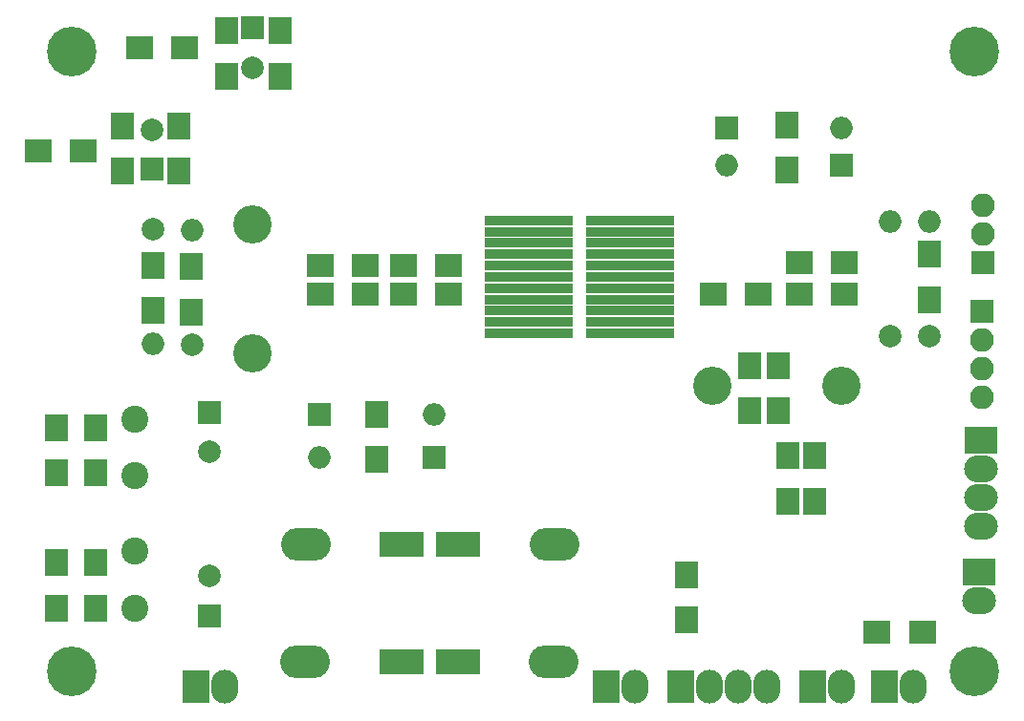
<source format=gbs>
G04 #@! TF.FileFunction,Soldermask,Bot*
%FSLAX46Y46*%
G04 Gerber Fmt 4.6, Leading zero omitted, Abs format (unit mm)*
G04 Created by KiCad (PCBNEW 4.0.2+dfsg1-stable) date sam. 06 janv. 2018 03:07:49 CET*
%MOMM*%
G01*
G04 APERTURE LIST*
%ADD10C,0.100000*%
%ADD11C,2.000000*%
%ADD12O,2.000000X2.000000*%
%ADD13R,2.400000X3.000000*%
%ADD14O,2.400000X3.000000*%
%ADD15R,2.000000X2.400000*%
%ADD16R,7.800000X0.850000*%
%ADD17R,2.000000X2.000000*%
%ADD18R,2.400000X2.000000*%
%ADD19O,4.400000X2.900000*%
%ADD20R,2.100000X2.100000*%
%ADD21O,2.100000X2.100000*%
%ADD22R,3.000000X2.400000*%
%ADD23O,3.000000X2.400000*%
%ADD24R,2.100000X2.400000*%
%ADD25R,2.400000X2.100000*%
%ADD26C,2.400000*%
%ADD27R,3.900000X2.200000*%
%ADD28C,3.400000*%
%ADD29O,3.400000X3.400000*%
%ADD30C,4.400000*%
G04 APERTURE END LIST*
D10*
D11*
X130500000Y-115250000D03*
D12*
X130500000Y-105090000D03*
D13*
X112014000Y-146304000D03*
D14*
X114554000Y-146304000D03*
X117094000Y-146304000D03*
X119634000Y-146304000D03*
D15*
X85090000Y-122206000D03*
X85090000Y-126206000D03*
D16*
X107500000Y-115000000D03*
X107500000Y-113000000D03*
X107500000Y-111000000D03*
X107500000Y-109000000D03*
X107500000Y-107000000D03*
X107500000Y-105000000D03*
X107500000Y-106000000D03*
X107500000Y-108000000D03*
X107500000Y-110000000D03*
X107500000Y-112000000D03*
X107500000Y-114000000D03*
D15*
X134000000Y-108000000D03*
X134000000Y-112000000D03*
X112522000Y-136430000D03*
X112522000Y-140430000D03*
D17*
X70256400Y-122002800D03*
D11*
X70256400Y-125502800D03*
D15*
X56645200Y-123387600D03*
X56645200Y-127387600D03*
D17*
X74027100Y-87949200D03*
D11*
X74027100Y-91449200D03*
D17*
X65113700Y-100472600D03*
D11*
X65113700Y-96972600D03*
D15*
X121412000Y-96552000D03*
X121412000Y-100552000D03*
X123863100Y-125863600D03*
X123863100Y-129863600D03*
X120650000Y-117888000D03*
X120650000Y-121888000D03*
D18*
X91408000Y-108966000D03*
X87408000Y-108966000D03*
X122460000Y-111506000D03*
X126460000Y-111506000D03*
X80042000Y-108966000D03*
X84042000Y-108966000D03*
D19*
X78766000Y-133711000D03*
X100766000Y-133711000D03*
D13*
X123698000Y-146304000D03*
D14*
X126238000Y-146304000D03*
D13*
X69037200Y-146354800D03*
D14*
X71577200Y-146354800D03*
D20*
X138750000Y-108750000D03*
D21*
X138750000Y-106210000D03*
X138750000Y-103670000D03*
D13*
X105410000Y-146304000D03*
D14*
X107950000Y-146304000D03*
D22*
X138430000Y-136144000D03*
D23*
X138430000Y-138684000D03*
D13*
X130048000Y-146304000D03*
D14*
X132588000Y-146304000D03*
D22*
X138582400Y-124460000D03*
D23*
X138582400Y-127000000D03*
X138582400Y-129540000D03*
X138582400Y-132080000D03*
D24*
X60145200Y-127387600D03*
X60145200Y-123387600D03*
X71777100Y-88199200D03*
X71777100Y-92199200D03*
D25*
X64027100Y-89699200D03*
X68027100Y-89699200D03*
D24*
X76527100Y-88199200D03*
X76527100Y-92199200D03*
X62550200Y-96595600D03*
X62550200Y-100595600D03*
D25*
X59050200Y-98845600D03*
X55050200Y-98845600D03*
D24*
X67550200Y-96595600D03*
X67550200Y-100595600D03*
D25*
X129358000Y-141500000D03*
X133358000Y-141500000D03*
X122460000Y-108712000D03*
X126460000Y-108712000D03*
D24*
X65278000Y-108998000D03*
X65278000Y-112998000D03*
X121462800Y-125863600D03*
X121462800Y-129863600D03*
X118110000Y-117888000D03*
X118110000Y-121888000D03*
D25*
X91408000Y-111506000D03*
X87408000Y-111506000D03*
X118840000Y-111506000D03*
X114840000Y-111506000D03*
X80042000Y-111506000D03*
X84042000Y-111506000D03*
D26*
X63645200Y-122637600D03*
X63645200Y-127637600D03*
D17*
X70256400Y-140036800D03*
D11*
X70256400Y-136536800D03*
D15*
X60145200Y-135349600D03*
X60145200Y-139349600D03*
D17*
X126238000Y-100076000D03*
D12*
X116078000Y-100076000D03*
D17*
X116078000Y-96774000D03*
D12*
X126238000Y-96774000D03*
D27*
X92266000Y-133711000D03*
X87266000Y-133711000D03*
X92215200Y-144144600D03*
X87215200Y-144144600D03*
D19*
X78715200Y-144144600D03*
X100715200Y-144144600D03*
D11*
X134000000Y-115250000D03*
D12*
X134000000Y-105090000D03*
D11*
X65250000Y-105750000D03*
D12*
X65250000Y-115910000D03*
D24*
X56645200Y-139349600D03*
X56645200Y-135349600D03*
D28*
X114808000Y-119634000D03*
D29*
X126208000Y-119634000D03*
D28*
X74015600Y-105359200D03*
D29*
X74015600Y-116759200D03*
D30*
X138000000Y-145000000D03*
X58000000Y-145000000D03*
X138000000Y-90000000D03*
X58000000Y-90000000D03*
D26*
X63645200Y-134349600D03*
X63645200Y-139349600D03*
D16*
X98500000Y-105000000D03*
X98500000Y-107000000D03*
X98500000Y-109000000D03*
X98500000Y-111000000D03*
X98500000Y-113000000D03*
X98500000Y-115000000D03*
X98500000Y-114000000D03*
X98500000Y-112000000D03*
X98500000Y-110000000D03*
X98500000Y-108000000D03*
X98500000Y-106000000D03*
D15*
X68650000Y-109117600D03*
X68650000Y-113117600D03*
D17*
X90170000Y-125984000D03*
D12*
X80010000Y-125984000D03*
D17*
X80010000Y-122174000D03*
D12*
X90170000Y-122174000D03*
D11*
X68750000Y-116000000D03*
D12*
X68750000Y-105840000D03*
D20*
X138684000Y-113030000D03*
D21*
X138684000Y-115570000D03*
X138684000Y-118110000D03*
X138684000Y-120650000D03*
M02*

</source>
